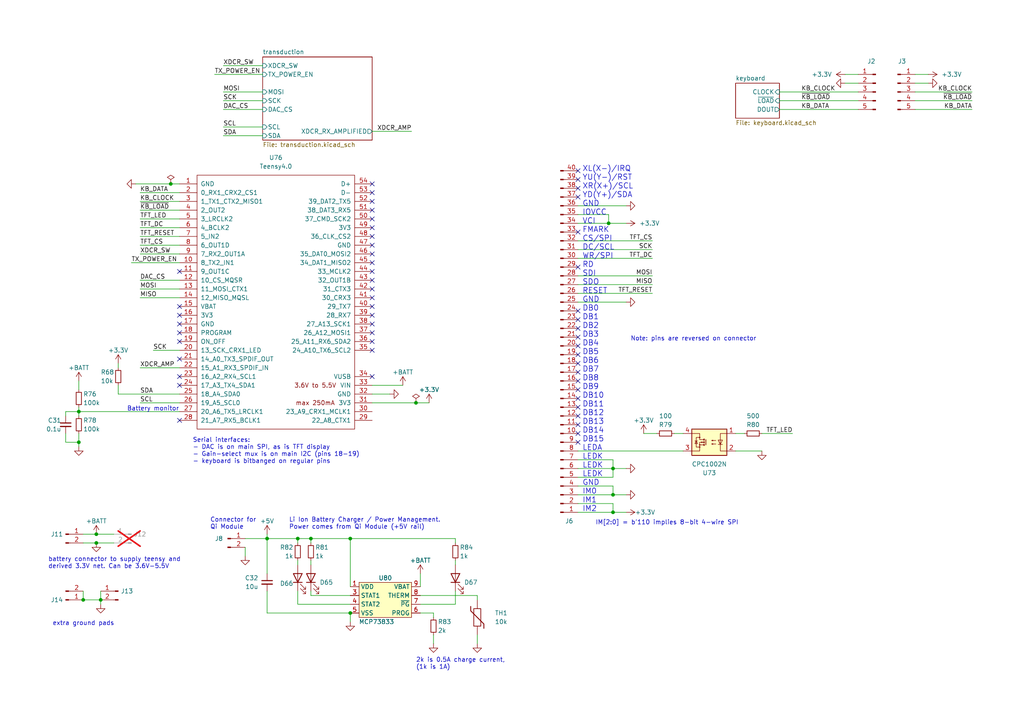
<source format=kicad_sch>
(kicad_sch (version 20230121) (generator eeschema)
  (paper "A4")
  (lib_symbols
    (symbol "Connector:Conn_01x02_Pin" (pin_names (offset 1.016) hide)
      (property "Reference" "J" (at 0 2.54 0))
      (property "Value" "Conn_01x02_Pin" (at 0 -5.08 0))
      (symbol "Conn_01x02_Pin_1_1"
        (polyline (pts (xy 1.27 -2.54) (xy 0.8636 -2.54)) (stroke (width 0.1524)))
        (polyline (pts (xy 1.27 0) (xy 0.8636 0)) (stroke (width 0.1524)))
        (rectangle (start 0.8636 -2.413) (end 0 -2.667) (stroke (width 0.1524)) (fill (type outline)))
        (rectangle (start 0.8636 0.127) (end 0 -0.127) (stroke (width 0.1524)) (fill (type outline)))
        (pin passive line (at 5.08 0 180) (length 3.81) (name "Pin_1") (number "1"))
        (pin passive line (at 5.08 -2.54 180) (length 3.81) (name "Pin_2") (number "2"))
      )
    )
    (symbol "Connector:Conn_01x05_Pin" (pin_names (offset 1.016) hide)
      (property "Reference" "J" (at 0 7.62 0))
      (property "Value" "Conn_01x05_Pin" (at 0 -7.62 0))
      (symbol "Conn_01x05_Pin_1_1"
        (polyline (pts (xy 1.27 -5.08) (xy 0.8636 -5.08)) (stroke (width 0.1524)))
        (polyline (pts (xy 1.27 -2.54) (xy 0.8636 -2.54)) (stroke (width 0.1524)))
        (polyline (pts (xy 1.27 0) (xy 0.8636 0)) (stroke (width 0.1524)))
        (polyline (pts (xy 1.27 2.54) (xy 0.8636 2.54)) (stroke (width 0.1524)))
        (polyline (pts (xy 1.27 5.08) (xy 0.8636 5.08)) (stroke (width 0.1524)))
        (rectangle (start 0.8636 -4.953) (end 0 -5.207) (stroke (width 0.1524)) (fill (type outline)))
        (rectangle (start 0.8636 -2.413) (end 0 -2.667) (stroke (width 0.1524)) (fill (type outline)))
        (rectangle (start 0.8636 0.127) (end 0 -0.127) (stroke (width 0.1524)) (fill (type outline)))
        (rectangle (start 0.8636 2.667) (end 0 2.413) (stroke (width 0.1524)) (fill (type outline)))
        (rectangle (start 0.8636 5.207) (end 0 4.953) (stroke (width 0.1524)) (fill (type outline)))
        (pin passive line (at 5.08 5.08 180) (length 3.81) (name "Pin_1") (number "1"))
        (pin passive line (at 5.08 2.54 180) (length 3.81) (name "Pin_2") (number "2"))
        (pin passive line (at 5.08 0 180) (length 3.81) (name "Pin_3") (number "3"))
        (pin passive line (at 5.08 -2.54 180) (length 3.81) (name "Pin_4") (number "4"))
        (pin passive line (at 5.08 -5.08 180) (length 3.81) (name "Pin_5") (number "5"))
      )
    )
    (symbol "Connector:Conn_01x40_Pin" (pin_names (offset 1.016) hide)
      (property "Reference" "J" (at 0 50.8 0))
      (property "Value" "Conn_01x40_Pin" (at 0 -53.34 0))
      (symbol "Conn_01x40_Pin_1_1"
        (polyline (pts (xy 1.27 -50.8) (xy 0.8636 -50.8)) (stroke (width 0.1524)))
        (polyline (pts (xy 1.27 -48.26) (xy 0.8636 -48.26)) (stroke (width 0.1524)))
        (polyline (pts (xy 1.27 -45.72) (xy 0.8636 -45.72)) (stroke (width 0.1524)))
        (polyline (pts (xy 1.27 -43.18) (xy 0.8636 -43.18)) (stroke (width 0.1524)))
        (polyline (pts (xy 1.27 -40.64) (xy 0.8636 -40.64)) (stroke (width 0.1524)))
        (polyline (pts (xy 1.27 -38.1) (xy 0.8636 -38.1)) (stroke (width 0.1524)))
        (polyline (pts (xy 1.27 -35.56) (xy 0.8636 -35.56)) (stroke (width 0.1524)))
        (polyline (pts (xy 1.27 -33.02) (xy 0.8636 -33.02)) (stroke (width 0.1524)))
        (polyline (pts (xy 1.27 -30.48) (xy 0.8636 -30.48)) (stroke (width 0.1524)))
        (polyline (pts (xy 1.27 -27.94) (xy 0.8636 -27.94)) (stroke (width 0.1524)))
        (polyline (pts (xy 1.27 -25.4) (xy 0.8636 -25.4)) (stroke (width 0.1524)))
        (polyline (pts (xy 1.27 -22.86) (xy 0.8636 -22.86)) (stroke (width 0.1524)))
        (polyline (pts (xy 1.27 -20.32) (xy 0.8636 -20.32)) (stroke (width 0.1524)))
        (polyline (pts (xy 1.27 -17.78) (xy 0.8636 -17.78)) (stroke (width 0.1524)))
        (polyline (pts (xy 1.27 -15.24) (xy 0.8636 -15.24)) (stroke (width 0.1524)))
        (polyline (pts (xy 1.27 -12.7) (xy 0.8636 -12.7)) (stroke (width 0.1524)))
        (polyline (pts (xy 1.27 -10.16) (xy 0.8636 -10.16)) (stroke (width 0.1524)))
        (polyline (pts (xy 1.27 -7.62) (xy 0.8636 -7.62)) (stroke (width 0.1524)))
        (polyline (pts (xy 1.27 -5.08) (xy 0.8636 -5.08)) (stroke (width 0.1524)))
        (polyline (pts (xy 1.27 -2.54) (xy 0.8636 -2.54)) (stroke (width 0.1524)))
        (polyline (pts (xy 1.27 0) (xy 0.8636 0)) (stroke (width 0.1524)))
        (polyline (pts (xy 1.27 2.54) (xy 0.8636 2.54)) (stroke (width 0.1524)))
        (polyline (pts (xy 1.27 5.08) (xy 0.8636 5.08)) (stroke (width 0.1524)))
        (polyline (pts (xy 1.27 7.62) (xy 0.8636 7.62)) (stroke (width 0.1524)))
        (polyline (pts (xy 1.27 10.16) (xy 0.8636 10.16)) (stroke (width 0.1524)))
        (polyline (pts (xy 1.27 12.7) (xy 0.8636 12.7)) (stroke (width 0.1524)))
        (polyline (pts (xy 1.27 15.24) (xy 0.8636 15.24)) (stroke (width 0.1524)))
        (polyline (pts (xy 1.27 17.78) (xy 0.8636 17.78)) (stroke (width 0.1524)))
        (polyline (pts (xy 1.27 20.32) (xy 0.8636 20.32)) (stroke (width 0.1524)))
        (polyline (pts (xy 1.27 22.86) (xy 0.8636 22.86)) (stroke (width 0.1524)))
        (polyline (pts (xy 1.27 25.4) (xy 0.8636 25.4)) (stroke (width 0.1524)))
        (polyline (pts (xy 1.27 27.94) (xy 0.8636 27.94)) (stroke (width 0.1524)))
        (polyline (pts (xy 1.27 30.48) (xy 0.8636 30.48)) (stroke (width 0.1524)))
        (polyline (pts (xy 1.27 33.02) (xy 0.8636 33.02)) (stroke (width 0.1524)))
        (polyline (pts (xy 1.27 35.56) (xy 0.8636 35.56)) (stroke (width 0.1524)))
        (polyline (pts (xy 1.27 38.1) (xy 0.8636 38.1)) (stroke (width 0.1524)))
        (polyline (pts (xy 1.27 40.64) (xy 0.8636 40.64)) (stroke (width 0.1524)))
        (polyline (pts (xy 1.27 43.18) (xy 0.8636 43.18)) (stroke (width 0.1524)))
        (polyline (pts (xy 1.27 45.72) (xy 0.8636 45.72)) (stroke (width 0.1524)))
        (polyline (pts (xy 1.27 48.26) (xy 0.8636 48.26)) (stroke (width 0.1524)))
        (rectangle (start 0.8636 -50.673) (end 0 -50.927) (stroke (width 0.1524)) (fill (type outline)))
        (rectangle (start 0.8636 -48.133) (end 0 -48.387) (stroke (width 0.1524)) (fill (type outline)))
        (rectangle (start 0.8636 -45.593) (end 0 -45.847) (stroke (width 0.1524)) (fill (type outline)))
        (rectangle (start 0.8636 -43.053) (end 0 -43.307) (stroke (width 0.1524)) (fill (type outline)))
        (rectangle (start 0.8636 -40.513) (end 0 -40.767) (stroke (width 0.1524)) (fill (type outline)))
        (rectangle (start 0.8636 -37.973) (end 0 -38.227) (stroke (width 0.1524)) (fill (type outline)))
        (rectangle (start 0.8636 -35.433) (end 0 -35.687) (stroke (width 0.1524)) (fill (type outline)))
        (rectangle (start 0.8636 -32.893) (end 0 -33.147) (stroke (width 0.1524)) (fill (type outline)))
        (rectangle (start 0.8636 -30.353) (end 0 -30.607) (stroke (width 0.1524)) (fill (type outline)))
        (rectangle (start 0.8636 -27.813) (end 0 -28.067) (stroke (width 0.1524)) (fill (type outline)))
        (rectangle (start 0.8636 -25.273) (end 0 -25.527) (stroke (width 0.1524)) (fill (type outline)))
        (rectangle (start 0.8636 -22.733) (end 0 -22.987) (stroke (width 0.1524)) (fill (type outline)))
        (rectangle (start 0.8636 -20.193) (end 0 -20.447) (stroke (width 0.1524)) (fill (type outline)))
        (rectangle (start 0.8636 -17.653) (end 0 -17.907) (stroke (width 0.1524)) (fill (type outline)))
        (rectangle (start 0.8636 -15.113) (end 0 -15.367) (stroke (width 0.1524)) (fill (type outline)))
        (rectangle (start 0.8636 -12.573) (end 0 -12.827) (stroke (width 0.1524)) (fill (type outline)))
        (rectangle (start 0.8636 -10.033) (end 0 -10.287) (stroke (width 0.1524)) (fill (type outline)))
        (rectangle (start 0.8636 -7.493) (end 0 -7.747) (stroke (width 0.1524)) (fill (type outline)))
        (rectangle (start 0.8636 -4.953) (end 0 -5.207) (stroke (width 0.1524)) (fill (type outline)))
        (rectangle (start 0.8636 -2.413) (end 0 -2.667) (stroke (width 0.1524)) (fill (type outline)))
        (rectangle (start 0.8636 0.127) (end 0 -0.127) (stroke (width 0.1524)) (fill (type outline)))
        (rectangle (start 0.8636 2.667) (end 0 2.413) (stroke (width 0.1524)) (fill (type outline)))
        (rectangle (start 0.8636 5.207) (end 0 4.953) (stroke (width 0.1524)) (fill (type outline)))
        (rectangle (start 0.8636 7.747) (end 0 7.493) (stroke (width 0.1524)) (fill (type outline)))
        (rectangle (start 0.8636 10.287) (end 0 10.033) (stroke (width 0.1524)) (fill (type outline)))
        (rectangle (start 0.8636 12.827) (end 0 12.573) (stroke (width 0.1524)) (fill (type outline)))
        (rectangle (start 0.8636 15.367) (end 0 15.113) (stroke (width 0.1524)) (fill (type outline)))
        (rectangle (start 0.8636 17.907) (end 0 17.653) (stroke (width 0.1524)) (fill (type outline)))
        (rectangle (start 0.8636 20.447) (end 0 20.193) (stroke (width 0.1524)) (fill (type outline)))
        (rectangle (start 0.8636 22.987) (end 0 22.733) (stroke (width 0.1524)) (fill (type outline)))
        (rectangle (start 0.8636 25.527) (end 0 25.273) (stroke (width 0.1524)) (fill (type outline)))
        (rectangle (start 0.8636 28.067) (end 0 27.813) (stroke (width 0.1524)) (fill (type outline)))
        (rectangle (start 0.8636 30.607) (end 0 30.353) (stroke (width 0.1524)) (fill (type outline)))
        (rectangle (start 0.8636 33.147) (end 0 32.893) (stroke (width 0.1524)) (fill (type outline)))
        (rectangle (start 0.8636 35.687) (end 0 35.433) (stroke (width 0.1524)) (fill (type outline)))
        (rectangle (start 0.8636 38.227) (end 0 37.973) (stroke (width 0.1524)) (fill (type outline)))
        (rectangle (start 0.8636 40.767) (end 0 40.513) (stroke (width 0.1524)) (fill (type outline)))
        (rectangle (start 0.8636 43.307) (end 0 43.053) (stroke (width 0.1524)) (fill (type outline)))
        (rectangle (start 0.8636 45.847) (end 0 45.593) (stroke (width 0.1524)) (fill (type outline)))
        (rectangle (start 0.8636 48.387) (end 0 48.133) (stroke (width 0.1524)) (fill (type outline)))
        (pin passive line (at 5.08 48.26 180) (length 3.81) (name "Pin_1") (number "1"))
        (pin passive line (at 5.08 25.4 180) (length 3.81) (name "Pin_10") (number "10"))
        (pin passive line (at 5.08 22.86 180) (length 3.81) (name "Pin_11") (number "11"))
        (pin passive line (at 5.08 20.32 180) (length 3.81) (name "Pin_12") (number "12"))
        (pin passive line (at 5.08 17.78 180) (length 3.81) (name "Pin_13") (number "13"))
        (pin passive line (at 5.08 15.24 180) (length 3.81) (name "Pin_14") (number "14"))
        (pin passive line (at 5.08 12.7 180) (length 3.81) (name "Pin_15") (number "15"))
        (pin passive line (at 5.08 10.16 180) (length 3.81) (name "Pin_16") (number "16"))
        (pin passive line (at 5.08 7.62 180) (length 3.81) (name "Pin_17") (number "17"))
        (pin passive line (at 5.08 5.08 180) (length 3.81) (name "Pin_18") (number "18"))
        (pin passive line (at 5.08 2.54 180) (length 3.81) (name "Pin_19") (number "19"))
        (pin passive line (at 5.08 45.72 180) (length 3.81) (name "Pin_2") (number "2"))
        (pin passive line (at 5.08 0 180) (length 3.81) (name "Pin_20") (number "20"))
        (pin passive line (at 5.08 -2.54 180) (length 3.81) (name "Pin_21") (number "21"))
        (pin passive line (at 5.08 -5.08 180) (length 3.81) (name "Pin_22") (number "22"))
        (pin passive line (at 5.08 -7.62 180) (length 3.81) (name "Pin_23") (number "23"))
        (pin passive line (at 5.08 -10.16 180) (length 3.81) (name "Pin_24") (number "24"))
        (pin passive line (at 5.08 -12.7 180) (length 3.81) (name "Pin_25") (number "25"))
        (pin passive line (at 5.08 -15.24 180) (length 3.81) (name "Pin_26") (number "26"))
        (pin passive line (at 5.08 -17.78 180) (length 3.81) (name "Pin_27") (number "27"))
        (pin passive line (at 5.08 -20.32 180) (length 3.81) (name "Pin_28") (number "28"))
        (pin passive line (at 5.08 -22.86 180) (length 3.81) (name "Pin_29") (number "29"))
        (pin passive line (at 5.08 43.18 180) (length 3.81) (name "Pin_3") (number "3"))
        (pin passive line (at 5.08 -25.4 180) (length 3.81) (name "Pin_30") (number "30"))
        (pin passive line (at 5.08 -27.94 180) (length 3.81) (name "Pin_31") (number "31"))
        (pin passive line (at 5.08 -30.48 180) (length 3.81) (name "Pin_32") (number "32"))
        (pin passive line (at 5.08 -33.02 180) (length 3.81) (name "Pin_33") (number "33"))
        (pin passive line (at 5.08 -35.56 180) (length 3.81) (name "Pin_34") (number "34"))
        (pin passive line (at 5.08 -38.1 180) (length 3.81) (name "Pin_35") (number "35"))
        (pin passive line (at 5.08 -40.64 180) (length 3.81) (name "Pin_36") (number "36"))
        (pin passive line (at 5.08 -43.18 180) (length 3.81) (name "Pin_37") (number "37"))
        (pin passive line (at 5.08 -45.72 180) (length 3.81) (name "Pin_38") (number "38"))
        (pin passive line (at 5.08 -48.26 180) (length 3.81) (name "Pin_39") (number "39"))
        (pin passive line (at 5.08 40.64 180) (length 3.81) (name "Pin_4") (number "4"))
        (pin passive line (at 5.08 -50.8 180) (length 3.81) (name "Pin_40") (number "40"))
        (pin passive line (at 5.08 38.1 180) (length 3.81) (name "Pin_5") (number "5"))
        (pin passive line (at 5.08 35.56 180) (length 3.81) (name "Pin_6") (number "6"))
        (pin passive line (at 5.08 33.02 180) (length 3.81) (name "Pin_7") (number "7"))
        (pin passive line (at 5.08 30.48 180) (length 3.81) (name "Pin_8") (number "8"))
        (pin passive line (at 5.08 27.94 180) (length 3.81) (name "Pin_9") (number "9"))
      )
    )
    (symbol "Device:C_Small" (pin_numbers hide) (pin_names (offset 0.254) hide)
      (property "Reference" "C" (at 0.254 1.778 0))
      (property "Value" "C_Small" (at 0.254 -2.032 0))
      (symbol "C_Small_0_1"
        (polyline (pts (xy -1.524 -0.508) (xy 1.524 -0.508)) (stroke (width 0.3302)))
        (polyline (pts (xy -1.524 0.508) (xy 1.524 0.508)) (stroke (width 0.3048)))
      )
      (symbol "C_Small_1_1"
        (pin passive line (at 0 2.54 270) (length 2.032) (name "~") (number "1"))
        (pin passive line (at 0 -2.54 90) (length 2.032) (name "~") (number "2"))
      )
    )
    (symbol "Device:LED" (pin_numbers hide) (pin_names (offset 1.016) hide)
      (property "Reference" "D" (at 0 2.54 0))
      (property "Value" "LED" (at 0 -2.54 0))
      (symbol "LED_0_1"
        (polyline (pts (xy -1.27 -1.27) (xy -1.27 1.27)) (stroke (width 0.254)))
        (polyline (pts (xy -1.27 0) (xy 1.27 0)))
        (polyline (pts (xy 1.27 -1.27) (xy 1.27 1.27) (xy -1.27 0) (xy 1.27 -1.27)) (stroke (width 0.254)))
        (polyline (pts (xy -3.048 -0.762) (xy -4.572 -2.286) (xy -3.81 -2.286) (xy -4.572 -2.286) (xy -4.572 -1.524)))
        (polyline (pts (xy -1.778 -0.762) (xy -3.302 -2.286) (xy -2.54 -2.286) (xy -3.302 -2.286) (xy -3.302 -1.524)))
      )
      (symbol "LED_1_1"
        (pin passive line (at -3.81 0 0) (length 2.54) (name "K") (number "1"))
        (pin passive line (at 3.81 0 180) (length 2.54) (name "A") (number "2"))
      )
    )
    (symbol "Device:R_Small" (pin_numbers hide) (pin_names (offset 0.254) hide)
      (property "Reference" "R" (at 0.762 0.508 0))
      (property "Value" "R_Small" (at 0.762 -1.016 0))
      (symbol "R_Small_0_1"
        (rectangle (start -0.762 1.778) (end 0.762 -1.778) (stroke (width 0.2032)))
      )
      (symbol "R_Small_1_1"
        (pin passive line (at 0 2.54 270) (length 0.762) (name "~") (number "1"))
        (pin passive line (at 0 -2.54 90) (length 0.762) (name "~") (number "2"))
      )
    )
    (symbol "Device:Thermistor" (pin_numbers hide) (pin_names (offset 0))
      (property "Reference" "TH" (at 2.54 1.27 90))
      (property "Value" "Thermistor" (at -2.54 0 90))
      (symbol "Thermistor_0_1"
        (rectangle (start -1.016 2.54) (end 1.016 -2.54) (stroke (width 0.2032)))
        (polyline (pts (xy -1.905 3.175) (xy -1.905 1.905) (xy 1.905 -1.905) (xy 1.905 -3.175) (xy 1.905 -3.175)) (stroke (width 0.254)))
      )
      (symbol "Thermistor_1_1"
        (pin passive line (at 0 5.08 270) (length 2.54) (name "~") (number "1"))
        (pin passive line (at 0 -5.08 90) (length 2.54) (name "~") (number "2"))
      )
    )
    (symbol "Relay_SolidState:CPC1002N"
      (property "Reference" "U" (at -5.08 5.08 0))
      (property "Value" "CPC1002N" (at 0 5.08 0))
      (symbol "CPC1002N_0_1"
        (rectangle (start -5.08 3.81) (end 5.08 -3.81) (stroke (width 0.254)) (fill (type background)))
        (polyline (pts (xy -3.81 -0.635) (xy -2.54 -0.635)))
        (polyline (pts (xy 1.016 0.762) (xy 1.016 -0.762)) (stroke (width 0.2032)))
        (polyline (pts (xy 1.524 -0.762) (xy 2.794 -0.762)))
        (polyline (pts (xy 3.429 0.381) (xy 4.191 0.381)))
        (polyline (pts (xy 1.524 -0.635) (xy 1.524 -0.889) (xy 1.524 -0.889)) (stroke (width 0.3556)))
        (polyline (pts (xy 1.524 0.127) (xy 1.524 -0.127) (xy 1.524 -0.127)) (stroke (width 0.3556)))
        (polyline (pts (xy 1.524 0.889) (xy 1.524 0.635) (xy 1.524 0.635)) (stroke (width 0.3556)))
        (polyline (pts (xy -5.08 2.54) (xy -3.175 2.54) (xy -3.175 -2.54) (xy -5.08 -2.54)))
        (polyline (pts (xy -3.175 -0.635) (xy -3.81 0.635) (xy -2.54 0.635) (xy -3.175 -0.635)))
        (polyline (pts (xy 1.524 0) (xy 2.794 0) (xy 2.794 -2.54) (xy 5.08 -2.54)))
        (polyline (pts (xy 1.524 0.762) (xy 2.794 0.762) (xy 2.794 2.54) (xy 5.08 2.54)))
        (polyline (pts (xy 1.778 0) (xy 2.286 0.127) (xy 2.286 -0.127) (xy 1.778 0)))
        (polyline (pts (xy 2.794 -1.397) (xy 3.81 -1.397) (xy 3.81 1.397) (xy 2.794 1.397)))
        (polyline (pts (xy 3.81 0.381) (xy 3.429 -0.381) (xy 4.191 -0.381) (xy 3.81 0.381)))
        (polyline (pts (xy -1.905 -0.508) (xy -0.635 -0.508) (xy -1.016 -0.635) (xy -1.016 -0.381) (xy -0.635 -0.508)))
        (polyline (pts (xy -1.905 0.508) (xy -0.635 0.508) (xy -1.016 0.381) (xy -1.016 0.635) (xy -0.635 0.508)))
        (circle (center 2.794 -1.397) (radius 0.127))
        (circle (center 2.794 -0.762) (radius 0.127))
        (circle (center 2.794 1.397) (radius 0.127))
      )
      (symbol "CPC1002N_1_1"
        (pin passive line (at -7.62 2.54 0) (length 2.54) (name "~") (number "1"))
        (pin passive line (at -7.62 -2.54 0) (length 2.54) (name "~") (number "2"))
        (pin passive line (at 7.62 -2.54 180) (length 2.54) (name "~") (number "3"))
        (pin passive line (at 7.62 2.54 180) (length 2.54) (name "~") (number "4"))
      )
    )
    (symbol "power:+3.3V" (power) (pin_names (offset 0))
      (property "Value" "+3.3V" (at 0 3.556 0))
      (symbol "+3.3V_0_1"
        (polyline (pts (xy -0.762 1.27) (xy 0 2.54)))
        (polyline (pts (xy 0 0) (xy 0 2.54)))
        (polyline (pts (xy 0 2.54) (xy 0.762 1.27)))
      )
      (symbol "+3.3V_1_1"
        (pin power_in line (at 0 0 90) (length 0) hide (name "+3.3V") (number "1"))
      )
    )
    (symbol "power:+5V" (power) (pin_names (offset 0))
      (property "Value" "+5V" (at 0 3.556 0))
      (symbol "+5V_0_1"
        (polyline (pts (xy -0.762 1.27) (xy 0 2.54)))
        (polyline (pts (xy 0 0) (xy 0 2.54)))
        (polyline (pts (xy 0 2.54) (xy 0.762 1.27)))
      )
      (symbol "+5V_1_1"
        (pin power_in line (at 0 0 90) (length 0) hide (name "+5V") (number "1"))
      )
    )
    (symbol "power:+BATT" (power) (pin_names (offset 0))
      (property "Value" "+BATT" (at 0 3.556 0))
      (symbol "+BATT_0_1"
        (polyline (pts (xy -0.762 1.27) (xy 0 2.54)))
        (polyline (pts (xy 0 0) (xy 0 2.54)))
        (polyline (pts (xy 0 2.54) (xy 0.762 1.27)))
      )
      (symbol "+BATT_1_1"
        (pin power_in line (at 0 0 90) (length 0) hide (name "+BATT") (number "1"))
      )
    )
    (symbol "power:GND" (power) (pin_names (offset 0))
      (property "Value" "GND" (at 0 -3.81 0))
      (symbol "GND_0_1"
        (polyline (pts (xy 0 0) (xy 0 -1.27) (xy 1.27 -1.27) (xy 0 -2.54) (xy -1.27 -1.27) (xy 0 -1.27)))
      )
      (symbol "GND_1_1"
        (pin power_in line (at 0 0 270) (length 0) hide (name "GND") (number "1"))
      )
    )
    (symbol "power:PWR_FLAG" (power) (pin_numbers hide) (pin_names (offset 0) hide)
      (property "Value" "PWR_FLAG" (at 0 3.81 0))
      (symbol "PWR_FLAG_0_0"
        (pin power_out line (at 0 0 90) (length 0) (name "pwr") (number "1"))
      )
      (symbol "PWR_FLAG_0_1"
        (polyline (pts (xy 0 0) (xy 0 1.27) (xy -1.016 1.905) (xy 0 2.54) (xy 1.016 1.905) (xy 0 1.27)))
      )
    )
    (symbol "teensy:Teensy4.0" (pin_names (offset 1.016))
      (property "Reference" "U" (at 0 39.37 0))
      (property "Value" "Teensy4.0" (at 0 -39.37 0))
      (symbol "Teensy4.0_0_0"
        (text "3.6V to 5.5V" (at 11.43 -24.13 0) (effects (font (size 1.27 1.27))))
        (text "max 250mA" (at 11.43 -29.21 0) (effects (font (size 1.27 1.27))))
        (pin bidirectional line (at -27.94 11.43 0) (length 5.08) (name "8_TX2_IN1") (number "10"))
        (pin bidirectional line (at -27.94 8.89 0) (length 5.08) (name "9_OUT1C") (number "11"))
        (pin bidirectional line (at -27.94 6.35 0) (length 5.08) (name "10_CS_MQSR") (number "12"))
        (pin bidirectional line (at -27.94 3.81 0) (length 5.08) (name "11_MOSI_CTX1") (number "13"))
        (pin bidirectional line (at -27.94 1.27 0) (length 5.08) (name "12_MISO_MQSL") (number "14"))
        (pin power_in line (at -27.94 -1.27 0) (length 5.08) (name "VBAT") (number "15"))
        (pin power_in line (at -27.94 -3.81 0) (length 5.08) (name "3V3") (number "16"))
        (pin power_in line (at -27.94 -6.35 0) (length 5.08) (name "GND") (number "17"))
        (pin input line (at -27.94 -8.89 0) (length 5.08) (name "PROGRAM") (number "18"))
        (pin input line (at -27.94 -11.43 0) (length 5.08) (name "ON_OFF") (number "19"))
        (pin bidirectional line (at -27.94 -13.97 0) (length 5.08) (name "13_SCK_CRX1_LED") (number "20"))
        (pin bidirectional line (at -27.94 -16.51 0) (length 5.08) (name "14_A0_TX3_SPDIF_OUT") (number "21"))
        (pin bidirectional line (at -27.94 -19.05 0) (length 5.08) (name "15_A1_RX3_SPDIF_IN") (number "22"))
        (pin bidirectional line (at -27.94 -21.59 0) (length 5.08) (name "16_A2_RX4_SCL1") (number "23"))
        (pin bidirectional line (at -27.94 -24.13 0) (length 5.08) (name "17_A3_TX4_SDA1") (number "24"))
        (pin bidirectional line (at -27.94 -26.67 0) (length 5.08) (name "18_A4_SDA0") (number "25"))
        (pin bidirectional line (at -27.94 -29.21 0) (length 5.08) (name "19_A5_SCL0") (number "26"))
        (pin bidirectional line (at -27.94 -31.75 0) (length 5.08) (name "20_A6_TX5_LRCLK1") (number "27"))
        (pin bidirectional line (at -27.94 -34.29 0) (length 5.08) (name "21_A7_RX5_BCLK1") (number "28"))
        (pin bidirectional line (at 27.94 -34.29 180) (length 5.08) (name "22_A8_CTX1") (number "29"))
        (pin bidirectional line (at 27.94 -31.75 180) (length 5.08) (name "23_A9_CRX1_MCLK1") (number "30"))
        (pin power_out line (at 27.94 -29.21 180) (length 5.08) (name "3V3") (number "31"))
        (pin power_in line (at 27.94 -26.67 180) (length 5.08) (name "GND") (number "32"))
        (pin power_in line (at 27.94 -24.13 180) (length 5.08) (name "VIN") (number "33"))
        (pin power_out line (at 27.94 -21.59 180) (length 5.08) (name "VUSB") (number "34"))
        (pin bidirectional line (at 27.94 -13.97 180) (length 5.08) (name "24_A10_TX6_SCL2") (number "35"))
        (pin bidirectional line (at 27.94 -11.43 180) (length 5.08) (name "25_A11_RX6_SDA2") (number "36"))
        (pin bidirectional line (at 27.94 -8.89 180) (length 5.08) (name "26_A12_MOSI1") (number "37"))
        (pin bidirectional line (at 27.94 -6.35 180) (length 5.08) (name "27_A13_SCK1") (number "38"))
        (pin bidirectional line (at 27.94 -3.81 180) (length 5.08) (name "28_RX7") (number "39"))
        (pin bidirectional line (at 27.94 -1.27 180) (length 5.08) (name "29_TX7") (number "40"))
        (pin bidirectional line (at 27.94 1.27 180) (length 5.08) (name "30_CRX3") (number "41"))
        (pin bidirectional line (at 27.94 3.81 180) (length 5.08) (name "31_CTX3") (number "42"))
        (pin bidirectional line (at 27.94 6.35 180) (length 5.08) (name "32_OUT1B") (number "43"))
        (pin bidirectional line (at 27.94 8.89 180) (length 5.08) (name "33_MCLK2") (number "44"))
        (pin bidirectional line (at 27.94 11.43 180) (length 5.08) (name "34_DAT1_MISO2") (number "45"))
        (pin bidirectional line (at 27.94 13.97 180) (length 5.08) (name "35_DAT0_MOSI2") (number "46"))
        (pin power_out line (at 27.94 16.51 180) (length 5.08) (name "GND") (number "47"))
        (pin bidirectional line (at 27.94 19.05 180) (length 5.08) (name "36_CLK_CS2") (number "48"))
        (pin power_out line (at 27.94 21.59 180) (length 5.08) (name "3V3") (number "49"))
        (pin bidirectional line (at -27.94 24.13 0) (length 5.08) (name "3_LRCLK2") (number "5"))
        (pin bidirectional line (at 27.94 24.13 180) (length 5.08) (name "37_CMD_SCK2") (number "50"))
        (pin bidirectional line (at 27.94 26.67 180) (length 5.08) (name "38_DAT3_RX5") (number "51"))
        (pin bidirectional line (at 27.94 29.21 180) (length 5.08) (name "39_DAT2_TX5") (number "52"))
        (pin bidirectional line (at 27.94 31.75 180) (length 5.08) (name "D-") (number "53"))
        (pin bidirectional line (at 27.94 34.29 180) (length 5.08) (name "D+") (number "54"))
        (pin bidirectional line (at -27.94 21.59 0) (length 5.08) (name "4_BCLK2") (number "6"))
        (pin bidirectional line (at -27.94 19.05 0) (length 5.08) (name "5_IN2") (number "7"))
        (pin bidirectional line (at -27.94 16.51 0) (length 5.08) (name "6_OUT1D") (number "8"))
        (pin bidirectional line (at -27.94 13.97 0) (length 5.08) (name "7_RX2_OUT1A") (number "9"))
      )
      (symbol "Teensy4.0_0_1"
        (rectangle (start -22.86 36.83) (end 22.86 -36.83))
        (rectangle (start -20.32 -31.75) (end -20.32 -31.75))
      )
      (symbol "Teensy4.0_1_1"
        (pin power_in line (at -27.94 34.29 0) (length 5.08) (name "GND") (number "1"))
        (pin bidirectional line (at -27.94 31.75 0) (length 5.08) (name "0_RX1_CRX2_CS1") (number "2"))
        (pin bidirectional line (at -27.94 29.21 0) (length 5.08) (name "1_TX1_CTX2_MISO1") (number "3"))
        (pin bidirectional line (at -27.94 26.67 0) (length 5.08) (name "2_OUT2") (number "4"))
      )
    )
    (symbol "unkey:MCP73833"
      (property "Reference" "U" (at -6.35 -6.35 0))
      (property "Value" "MCP73833" (at -3.81 -2.54 0))
      (symbol "MCP73833_1_1"
        (rectangle (start -7.62 5.08) (end 7.62 -5.08) (fill (type background)))
        (pin power_in line (at -10.16 3.81 0) (length 2.54) (name "VDD") (number "1"))
        (pin passive line (at 10.16 3.81 180) (length 2.54) hide (name "VBAT") (number "10"))
        (pin power_in line (at -10.16 -3.81 0) (length 2.54) hide (name "EP") (number "11"))
        (pin power_in line (at -10.16 3.81 0) (length 2.54) hide (name "VDD") (number "2"))
        (pin output line (at -10.16 1.27 0) (length 2.54) (name "STAT1") (number "3"))
        (pin output line (at -10.16 -1.27 0) (length 2.54) (name "STAT2") (number "4"))
        (pin power_in line (at -10.16 -3.81 0) (length 2.54) (name "VSS") (number "5"))
        (pin input line (at 10.16 -3.81 180) (length 2.54) (name "PROG") (number "6"))
        (pin output line (at 10.16 -1.27 180) (length 2.54) (name "~{PG}") (number "7"))
        (pin passive line (at 10.16 1.27 180) (length 2.54) (name "THERM") (number "8"))
        (pin passive line (at 10.16 3.81 180) (length 2.54) (name "VBAT") (number "9"))
      )
    )
  )
  (junction (at 24.13 173.99))
  (junction (at 29.21 173.99))
  (junction (at 177.8 135.89))
  (junction (at 177.8 148.59))
  (junction (at 101.6 177.8))
  (junction (at 27.94 157.48))
  (junction (at 49.53 53.34))
  (junction (at 77.47 156.21))
  (junction (at 22.86 128.27))
  (junction (at 177.8 143.51))
  (junction (at 22.86 119.38))
  (junction (at 120.65 116.84))
  (junction (at 101.6 156.21))
  (junction (at 176.53 64.77))
  (junction (at 90.17 156.21))
  (junction (at 27.94 154.94))
  (junction (at 86.36 156.21))
  (no_connect (at 167.64 77.47))
  (no_connect (at 107.95 55.88))
  (no_connect (at 167.64 115.57))
  (no_connect (at 107.95 96.52))
  (no_connect (at 107.95 53.34))
  (no_connect (at 107.95 88.9))
  (no_connect (at 107.95 63.5))
  (no_connect (at 107.95 76.2))
  (no_connect (at 52.07 88.9))
  (no_connect (at 107.95 60.96))
  (no_connect (at 167.64 92.71))
  (no_connect (at 167.64 123.19))
  (no_connect (at 167.64 107.95))
  (no_connect (at 167.64 67.31))
  (no_connect (at 167.64 90.17))
  (no_connect (at 107.95 93.98))
  (no_connect (at 52.07 99.06))
  (no_connect (at 107.95 86.36))
  (no_connect (at 52.07 78.74))
  (no_connect (at 167.64 52.07))
  (no_connect (at 107.95 101.6))
  (no_connect (at 52.07 104.14))
  (no_connect (at 107.95 109.22))
  (no_connect (at 107.95 78.74))
  (no_connect (at 107.95 58.42))
  (no_connect (at 52.07 111.76))
  (no_connect (at 107.95 91.44))
  (no_connect (at 52.07 91.44))
  (no_connect (at 167.64 118.11))
  (no_connect (at 167.64 100.33))
  (no_connect (at 167.64 97.79))
  (no_connect (at 107.95 71.12))
  (no_connect (at 167.64 102.87))
  (no_connect (at 107.95 83.82))
  (no_connect (at 167.64 57.15))
  (no_connect (at 167.64 113.03))
  (no_connect (at 107.95 66.04))
  (no_connect (at 52.07 121.92))
  (no_connect (at 107.95 81.28))
  (no_connect (at 167.64 120.65))
  (no_connect (at 167.64 125.73))
  (no_connect (at 107.95 99.06))
  (no_connect (at 167.64 54.61))
  (no_connect (at 107.95 68.58))
  (no_connect (at 52.07 96.52))
  (no_connect (at 167.64 110.49))
  (no_connect (at 167.64 128.27))
  (no_connect (at 167.64 105.41))
  (no_connect (at 107.95 73.66))
  (no_connect (at 52.07 93.98))
  (no_connect (at 167.64 95.25))
  (no_connect (at 167.64 49.53))
  (no_connect (at 52.07 109.22))
  (wire (pts (xy 101.6 177.8) (xy 101.6 180.34)))
  (wire (pts (xy 177.8 135.89) (xy 177.8 138.43)))
  (wire (pts (xy 77.47 154.94) (xy 77.47 156.21)))
  (wire (pts (xy 77.47 156.21) (xy 86.36 156.21)))
  (wire (pts (xy 176.53 64.77) (xy 181.61 64.77)))
  (wire (pts (xy 226.06 26.67) (xy 248.92 26.67)))
  (wire (pts (xy 64.77 39.37) (xy 76.2 39.37)))
  (wire (pts (xy 19.05 119.38) (xy 22.86 119.38)))
  (wire (pts (xy 107.95 116.84) (xy 120.65 116.84)))
  (wire (pts (xy 177.8 140.97) (xy 167.64 140.97)))
  (wire (pts (xy 121.92 172.72) (xy 138.43 172.72)))
  (wire (pts (xy 24.13 173.99) (xy 29.21 173.99)))
  (wire (pts (xy 64.77 26.67) (xy 76.2 26.67)))
  (wire (pts (xy 71.12 158.75) (xy 71.12 161.29)))
  (wire (pts (xy 177.8 143.51) (xy 181.61 143.51)))
  (wire (pts (xy 138.43 172.72) (xy 138.43 173.99)))
  (wire (pts (xy 101.6 172.72) (xy 90.17 172.72)))
  (wire (pts (xy 34.29 105.41) (xy 34.29 106.68)))
  (wire (pts (xy 90.17 172.72) (xy 90.17 171.45)))
  (wire (pts (xy 186.69 125.73) (xy 190.5 125.73)))
  (wire (pts (xy 177.8 135.89) (xy 167.64 135.89)))
  (wire (pts (xy 22.86 128.27) (xy 22.86 129.54)))
  (wire (pts (xy 167.64 69.85) (xy 189.23 69.85)))
  (wire (pts (xy 132.08 175.26) (xy 121.92 175.26)))
  (wire (pts (xy 52.07 106.68) (xy 40.64 106.68)))
  (wire (pts (xy 226.06 29.21) (xy 248.92 29.21)))
  (wire (pts (xy 40.64 83.82) (xy 52.07 83.82)))
  (wire (pts (xy 27.94 154.94) (xy 33.02 154.94)))
  (wire (pts (xy 40.64 116.84) (xy 52.07 116.84)))
  (wire (pts (xy 281.94 26.67) (xy 265.43 26.67)))
  (wire (pts (xy 120.65 116.84) (xy 124.46 116.84)))
  (wire (pts (xy 22.86 119.38) (xy 52.07 119.38)))
  (wire (pts (xy 22.86 110.49) (xy 22.86 113.03)))
  (wire (pts (xy 34.29 111.76) (xy 34.29 114.3)))
  (wire (pts (xy 138.43 184.15) (xy 138.43 186.69)))
  (wire (pts (xy 40.64 73.66) (xy 52.07 73.66)))
  (wire (pts (xy 101.6 156.21) (xy 101.6 170.18)))
  (wire (pts (xy 19.05 128.27) (xy 22.86 128.27)))
  (wire (pts (xy 177.8 148.59) (xy 167.64 148.59)))
  (wire (pts (xy 22.86 128.27) (xy 22.86 125.73)))
  (wire (pts (xy 77.47 171.45) (xy 77.47 177.8)))
  (wire (pts (xy 29.21 171.45) (xy 29.21 173.99)))
  (wire (pts (xy 24.13 157.48) (xy 27.94 157.48)))
  (wire (pts (xy 265.43 24.13) (xy 269.24 24.13)))
  (wire (pts (xy 213.36 125.73) (xy 215.9 125.73)))
  (wire (pts (xy 40.64 63.5) (xy 52.07 63.5)))
  (wire (pts (xy 22.86 119.38) (xy 22.86 118.11)))
  (wire (pts (xy 34.29 114.3) (xy 52.07 114.3)))
  (wire (pts (xy 40.64 66.04) (xy 52.07 66.04)))
  (wire (pts (xy 64.77 19.05) (xy 76.2 19.05)))
  (wire (pts (xy 40.64 81.28) (xy 52.07 81.28)))
  (wire (pts (xy 132.08 171.45) (xy 132.08 175.26)))
  (wire (pts (xy 101.6 156.21) (xy 132.08 156.21)))
  (wire (pts (xy 86.36 156.21) (xy 90.17 156.21)))
  (wire (pts (xy 176.53 62.23) (xy 176.53 64.77)))
  (wire (pts (xy 177.8 140.97) (xy 177.8 143.51)))
  (wire (pts (xy 167.64 82.55) (xy 189.23 82.55)))
  (wire (pts (xy 177.8 148.59) (xy 181.61 148.59)))
  (wire (pts (xy 167.64 130.81) (xy 198.12 130.81)))
  (wire (pts (xy 226.06 31.75) (xy 248.92 31.75)))
  (wire (pts (xy 167.64 62.23) (xy 176.53 62.23)))
  (wire (pts (xy 220.98 125.73) (xy 229.87 125.73)))
  (wire (pts (xy 195.58 125.73) (xy 198.12 125.73)))
  (wire (pts (xy 27.94 157.48) (xy 33.02 157.48)))
  (wire (pts (xy 64.77 36.83) (xy 76.2 36.83)))
  (wire (pts (xy 167.64 59.69) (xy 181.61 59.69)))
  (wire (pts (xy 177.8 146.05) (xy 167.64 146.05)))
  (wire (pts (xy 132.08 162.56) (xy 132.08 163.83)))
  (wire (pts (xy 248.92 24.13) (xy 245.11 24.13)))
  (wire (pts (xy 86.36 157.48) (xy 86.36 156.21)))
  (wire (pts (xy 177.8 138.43) (xy 167.64 138.43)))
  (wire (pts (xy 71.12 156.21) (xy 77.47 156.21)))
  (wire (pts (xy 213.36 130.81) (xy 220.98 130.81)))
  (wire (pts (xy 167.64 64.77) (xy 176.53 64.77)))
  (wire (pts (xy 132.08 156.21) (xy 132.08 157.48)))
  (wire (pts (xy 125.73 184.15) (xy 125.73 186.69)))
  (wire (pts (xy 281.94 29.21) (xy 265.43 29.21)))
  (wire (pts (xy 86.36 175.26) (xy 101.6 175.26)))
  (wire (pts (xy 40.64 86.36) (xy 52.07 86.36)))
  (wire (pts (xy 77.47 166.37) (xy 77.47 156.21)))
  (wire (pts (xy 24.13 154.94) (xy 27.94 154.94)))
  (wire (pts (xy 90.17 156.21) (xy 90.17 157.48)))
  (wire (pts (xy 86.36 171.45) (xy 86.36 175.26)))
  (wire (pts (xy 90.17 156.21) (xy 101.6 156.21)))
  (wire (pts (xy 19.05 125.73) (xy 19.05 128.27)))
  (wire (pts (xy 167.64 85.09) (xy 189.23 85.09)))
  (wire (pts (xy 125.73 177.8) (xy 125.73 179.07)))
  (wire (pts (xy 167.64 72.39) (xy 189.23 72.39)))
  (wire (pts (xy 245.11 21.59) (xy 248.92 21.59)))
  (wire (pts (xy 39.37 53.34) (xy 49.53 53.34)))
  (wire (pts (xy 177.8 146.05) (xy 177.8 148.59)))
  (wire (pts (xy 29.21 173.99) (xy 29.21 175.26)))
  (wire (pts (xy 24.13 171.45) (xy 24.13 173.99)))
  (wire (pts (xy 64.77 29.21) (xy 76.2 29.21)))
  (wire (pts (xy 107.95 38.1) (xy 119.38 38.1)))
  (wire (pts (xy 281.94 31.75) (xy 265.43 31.75)))
  (wire (pts (xy 167.64 80.01) (xy 189.23 80.01)))
  (wire (pts (xy 77.47 177.8) (xy 101.6 177.8)))
  (wire (pts (xy 22.86 119.38) (xy 22.86 120.65)))
  (wire (pts (xy 44.45 101.6) (xy 52.07 101.6)))
  (wire (pts (xy 177.8 135.89) (xy 181.61 135.89)))
  (wire (pts (xy 167.64 74.93) (xy 189.23 74.93)))
  (wire (pts (xy 62.23 21.59) (xy 76.2 21.59)))
  (wire (pts (xy 107.95 111.76) (xy 116.84 111.76)))
  (wire (pts (xy 167.64 87.63) (xy 181.61 87.63)))
  (wire (pts (xy 40.64 55.88) (xy 52.07 55.88)))
  (wire (pts (xy 177.8 143.51) (xy 167.64 143.51)))
  (wire (pts (xy 19.05 120.65) (xy 19.05 119.38)))
  (wire (pts (xy 121.92 177.8) (xy 125.73 177.8)))
  (wire (pts (xy 90.17 162.56) (xy 90.17 163.83)))
  (wire (pts (xy 107.95 114.3) (xy 113.03 114.3)))
  (wire (pts (xy 121.92 166.37) (xy 121.92 170.18)))
  (wire (pts (xy 177.8 133.35) (xy 167.64 133.35)))
  (wire (pts (xy 38.1 76.2) (xy 52.07 76.2)))
  (wire (pts (xy 40.64 60.96) (xy 52.07 60.96)))
  (wire (pts (xy 269.24 21.59) (xy 265.43 21.59)))
  (wire (pts (xy 40.64 71.12) (xy 52.07 71.12)))
  (wire (pts (xy 40.64 58.42) (xy 52.07 58.42)))
  (wire (pts (xy 49.53 53.34) (xy 52.07 53.34)))
  (wire (pts (xy 64.77 31.75) (xy 76.2 31.75)))
  (wire (pts (xy 86.36 162.56) (xy 86.36 163.83)))
  (wire (pts (xy 40.64 68.58) (xy 52.07 68.58)))
  (wire (pts (xy 177.8 133.35) (xy 177.8 135.89)))
  (text "extra ground pads" (at 15.24 181.61 0) (effects (font (size 1.27 1.27)) (justify left bottom)))
  (text "2k is 0.5A charge current, \n(1k is 1A)" (at 120.65 194.31 0) (effects (font (size 1.27 1.27)) (justify left bottom)))
  (text "Note: pins are reversed on connector" (at 182.88 99.06 0) (effects (font (size 1.27 1.27)) (justify left bottom)))
  (text "XL(X-)/IRQ\nYU(Y-)/RST\nXR(X+)/SCL\nYD(Y+)/SDA\nGND\nIOVCC\nVCI\nFMARK\nCS/SPI\nDC/SCL\nWR/SPI\nRD\nSDI\nSDO\nRESET\nGND\nDB0\nDB1\nDB2\nDB3\nDB4\nDB5\nDB6\nDB7\nDB8\nDB9\nDB10\nDB11\nDB12\nDB13\nDB14\nDB15\nLEDA\nLEDK\nLEDK\nLEDK\nGND\nIM0\nIM1\nIM2" (at 168.91 148.59 0) (effects (font (size 1.571 1.571)) (justify left bottom)))
  (text "Li Ion Battery Charger / Power Management.\nPower comes from Qi Module (+5V rail)" (at 83.82 153.67 0) (effects (font (size 1.27 1.27)) (justify left bottom)))
  (text "IM[2:0] = b'110 implies 8-bit 4-wire SPI" (at 172.72 152.4 0) (effects (font (size 1.27 1.27)) (justify left bottom)))
  (text "Battery monitor" (at 36.83 119.38 0) (effects (font (size 1.27 1.27)) (justify left bottom)))
  (text "Connector for\nQi Module" (at 60.96 153.67 0) (effects (font (size 1.27 1.27)) (justify left bottom)))
  (text "battery connector to supply teensy and \nderived 3.3V net. Can be 3.6V-5.5V" (at 13.97 165.1 0) (effects (font (size 1.27 1.27)) (justify left bottom)))
  (text "Serial interfaces:\n- DAC is on main SPI, as is TFT display\n- Gain-select mux is on main I2C (pins 18-19)\n- keyboard is bitbanged on regular pins\n" (at 55.88 134.62 0) (effects (font (size 1.27 1.27)) (justify left bottom)))
  (label "TFT_CS" (at 189.23 69.85 180))
  (label "MOSI" (at 64.77 26.67 0))
  (label "KB_CLOCK" (at 232.41 26.67 0))
  (label "TFT_RESET" (at 189.23 85.09 180))
  (label "KB_CLOCK" (at 40.64 58.42 0))
  (label "KB_CLOCK" (at 281.94 26.67 180))
  (label "DAC_CS" (at 64.77 31.75 0))
  (label "SCK" (at 64.77 29.21 0))
  (label "XDCR_SW" (at 64.77 19.05 0))
  (label "MOSI" (at 189.23 80.01 180))
  (label "DAC_CS" (at 40.64 81.28 0))
  (label "KB_DATA" (at 40.64 55.88 0))
  (label "SDA" (at 64.77 39.37 0))
  (label "SCL" (at 40.64 116.84 0))
  (label "TFT_RESET" (at 40.64 68.58 0))
  (label "TFT_DC" (at 40.64 66.04 0))
  (label "SDA" (at 40.64 114.3 0))
  (label "KB_DATA" (at 232.41 31.75 0))
  (label "SCL" (at 64.77 36.83 0))
  (label "SCK" (at 189.23 72.39 180))
  (label "TFT_DC" (at 189.23 74.93 180))
  (label "TFT_CS" (at 40.64 71.12 0))
  (label "~{KB_LOAD}" (at 281.94 29.21 180))
  (label "XDCR_SW" (at 40.64 73.66 0))
  (label "XDCR_AMP" (at 40.64 106.68 0))
  (label "TX_POWER_EN" (at 38.1 76.2 0))
  (label "~{KB_LOAD}" (at 232.41 29.21 0))
  (label "MISO" (at 40.64 86.36 0))
  (label "MOSI" (at 40.64 83.82 0))
  (label "MISO" (at 189.23 82.55 180))
  (label "XDCR_AMP" (at 119.38 38.1 180))
  (label "TX_POWER_EN" (at 62.23 21.59 0))
  (label "TFT_LED" (at 40.64 63.5 0))
  (label "TFT_LED" (at 229.87 125.73 180))
  (label "KB_DATA" (at 281.94 31.75 180))
  (label "SCK" (at 44.45 101.6 0))
  (label "~{KB_LOAD}" (at 40.64 60.96 0))
  (symbol (lib_id "power:+3.3V") (at 124.46 116.84 0) (unit 1)
    (property "Reference" "#PWR0211" (effects hide))
    (property "Value" "+3.3V" (at 124.46 113.03 0))
  )
  (symbol (lib_id "power:+3.3V") (at 181.61 148.59 270) (mirror x) (unit 1)
    (property "Reference" "#PWR0171" (effects hide))
    (property "Value" "+3.3V" (at 184.15 148.59 90) (effects (justify left)))
  )
  (symbol (lib_id "Device:Thermistor") (at 138.43 179.07 0) (unit 1)
    (property "Reference" "TH1" (at 143.51 177.8 0) (effects (justify left)))
    (property "Value" "10k" (at 143.51 180.34 0) (effects (justify left)))
    (property "Footprint" "Resistor_SMD:R_0402_1005Metric" (effects hide))
    (property "URL" "https://www.digikey.com/en/products/detail/murata-electronics/NCU15XH103F6SRC/10702829" (effects hide))
    (property "Digikey PN" "490-NCU15XH103F6SRCCT-ND" (effects hide))
    (property "MPN" "NCU15XH103F6SRC" (effects hide))
    (property "Vendor" "Murata" (effects hide))
  )
  (symbol (lib_id "power:GND") (at 138.43 186.69 0) (unit 1)
    (property "Reference" "#PWR0220" (effects hide))
    (property "Value" "GND" (effects hide))
  )
  (symbol (lib_id "Connector:Conn_01x40_Pin") (at 162.56 100.33 0) (mirror x) (unit 1)
    (property "Reference" "J6" (at 165.1 151.13 0))
    (property "Value" "Conn_01x40_Pin" (effects hide))
    (property "Footprint" "Connector_FFC-FPC:Hirose_FH12-40S-0.5SH_1x40-1MP_P0.50mm_Horizontal" (effects hide))
  )
  (symbol (lib_id "Connector:Conn_01x05_Pin") (at 254 26.67 0) (mirror y) (unit 1)
    (property "Reference" "J2" (at 252.73 17.78 0))
    (property "Value" "Conn_01x05_Pin" (effects hide))
    (property "Footprint" "Connector_PinHeader_2.54mm:PinHeader_1x05_P2.54mm_Vertical" (effects hide))
  )
  (symbol (lib_id "power:GND") (at 245.11 24.13 270) (mirror x) (unit 1)
    (property "Reference" "#PWR0173" (effects hide))
    (property "Value" "GND" (effects hide))
  )
  (symbol (lib_id "power:+3.3V") (at 269.24 21.59 270) (unit 1)
    (property "Reference" "#PWR0176" (effects hide))
    (property "Value" "+3.3V" (at 273.05 21.59 90) (effects (justify left)))
  )
  (symbol (lib_id "power:+3.3V") (at 34.29 105.41 0) (unit 1)
    (property "Reference" "#PWR0210" (effects hide))
    (property "Value" "+3.3V" (at 34.29 101.6 0))
  )
  (symbol (lib_id "Device:R_Small") (at 125.73 181.61 0) (unit 1)
    (property "Reference" "R83" (at 127 180.34 0) (effects (justify left)))
    (property "Value" "2k" (at 127 182.88 0) (effects (justify left)))
    (property "Footprint" "Resistor_SMD:R_0402_1005Metric" (effects hide))
  )
  (symbol (lib_id "Device:LED") (at 86.36 167.64 90) (unit 1)
    (property "Reference" "D66" (at 85.09 169.2275 90) (effects (justify left)))
    (property "Value" "LED" (effects hide))
    (property "Footprint" "LED_SMD:LED_0603_1608Metric" (effects hide))
  )
  (symbol (lib_id "power:GND") (at 22.86 129.54 0) (unit 1)
    (property "Reference" "#PWR0159" (effects hide))
    (property "Value" "GND" (effects hide))
  )
  (symbol (lib_id "Connector:Conn_01x02_Pin") (at 66.04 156.21 0) (unit 1)
    (property "Reference" "J8" (at 63.5 156.21 0))
    (property "Value" "Conn_01x02_Pin" (effects hide))
    (property "Footprint" "Connector_PinHeader_2.54mm:PinHeader_1x02_P2.54mm_Vertical" (effects hide))
  )
  (symbol (lib_id "Device:R_Small") (at 90.17 160.02 0) (unit 1)
    (property "Reference" "R81" (at 91.44 158.75 0) (effects (justify left)))
    (property "Value" "1k" (at 91.44 161.29 0) (effects (justify left)))
    (property "Footprint" "Resistor_SMD:R_0402_1005Metric" (effects hide))
  )
  (symbol (lib_id "power:+BATT") (at 116.84 111.76 0) (unit 1)
    (property "Reference" "#PWR0209" (effects hide))
    (property "Value" "+BATT" (at 116.84 107.95 0))
  )
  (symbol (lib_id "power:GND") (at 101.6 180.34 0) (unit 1)
    (property "Reference" "#PWR0217" (effects hide))
    (property "Value" "GND" (effects hide))
  )
  (symbol (lib_id "power:GND") (at 39.37 53.34 270) (unit 1)
    (property "Reference" "#PWR0203" (effects hide))
    (property "Value" "GND" (effects hide))
  )
  (symbol (lib_id "power:PWR_FLAG") (at 120.65 116.84 0) (unit 1)
    (property "Reference" "#FLG04" (effects hide))
    (property "Value" "PWR_FLAG" (effects hide))
  )
  (symbol (lib_id "power:GND") (at 27.94 157.48 0) (unit 1)
    (property "Reference" "#PWR0180" (effects hide))
    (property "Value" "GND" (effects hide))
  )
  (symbol (lib_id "Device:R_Small") (at 86.36 160.02 0) (unit 1)
    (property "Reference" "R82" (at 85.09 158.75 0) (effects (justify right)))
    (property "Value" "1k" (at 85.09 161.29 0) (effects (justify right)))
    (property "Footprint" "Resistor_SMD:R_0402_1005Metric" (effects hide))
  )
  (symbol (lib_id "power:PWR_FLAG") (at 49.53 53.34 0) (unit 1)
    (property "Reference" "#FLG03" (effects hide))
    (property "Value" "PWR_FLAG" (effects hide))
  )
  (symbol (lib_id "power:GND") (at 71.12 161.29 0) (mirror y) (unit 1)
    (property "Reference" "#PWR0185" (effects hide))
    (property "Value" "GND" (effects hide))
  )
  (symbol (lib_id "power:GND") (at 181.61 143.51 90) (mirror x) (unit 1)
    (property "Reference" "#PWR0163" (effects hide))
    (property "Value" "GND" (effects hide))
  )
  (symbol (lib_id "power:+BATT") (at 22.86 110.49 0) (unit 1)
    (property "Reference" "#PWR0153" (effects hide))
    (property "Value" "+BATT" (at 22.86 106.68 0))
  )
  (symbol (lib_id "power:GND") (at 125.73 186.69 0) (unit 1)
    (property "Reference" "#PWR0218" (effects hide))
    (property "Value" "GND" (effects hide))
  )
  (symbol (lib_id "power:GND") (at 269.24 24.13 90) (unit 1)
    (property "Reference" "#PWR0177" (effects hide))
    (property "Value" "GND" (effects hide))
  )
  (symbol (lib_id "power:+5V") (at 77.47 154.94 0) (unit 1)
    (property "Reference" "#PWR0216" (effects hide))
    (property "Value" "+5V" (at 77.47 151.13 0))
  )
  (symbol (lib_id "Device:R_Small") (at 218.44 125.73 90) (mirror x) (unit 1)
    (property "Reference" "R80" (at 218.44 123.19 90))
    (property "Value" "500" (at 218.44 120.65 90))
    (property "Footprint" "Resistor_SMD:R_0402_1005Metric" (effects hide))
  )
  (symbol (lib_id "Connector:Conn_01x02_Pin") (at 38.1 154.94 0) (mirror y) (unit 1) (dnp yes)
    (property "Reference" "J12" (at 40.64 154.94 0))
    (property "Value" "Conn_01x02_Pin" (effects hide))
    (property "Footprint" "Connector_PinHeader_2.54mm:PinHeader_1x02_P2.54mm_Vertical" (effects hide))
  )
  (symbol (lib_id "power:+3.3V") (at 245.11 21.59 90) (mirror x) (unit 1)
    (property "Reference" "#PWR0175" (effects hide))
    (property "Value" "+3.3V" (at 241.3 21.59 90) (effects (justify left)))
  )
  (symbol (lib_id "power:GND") (at 181.61 87.63 90) (mirror x) (unit 1)
    (property "Reference" "#PWR0213" (effects hide))
    (property "Value" "GND" (effects hide))
  )
  (symbol (lib_id "Connector:Conn_01x02_Pin") (at 19.05 173.99 0) (mirror x) (unit 1)
    (property "Reference" "J14" (at 16.51 173.99 0))
    (property "Value" "Conn_01x02_Pin" (effects hide))
    (property "Footprint" "Connector_PinHeader_2.54mm:PinHeader_1x02_P2.54mm_Vertical" (effects hide))
  )
  (symbol (lib_id "Connector:Conn_01x02_Pin") (at 19.05 154.94 0) (unit 1)
    (property "Reference" "J11" (at 16.51 154.94 0))
    (property "Value" "Conn_01x02_Pin" (effects hide))
    (property "Footprint" "Connector_PinHeader_2.54mm:PinHeader_1x02_P2.54mm_Vertical" (effects hide))
  )
  (symbol (lib_id "power:GND") (at 181.61 59.69 90) (mirror x) (unit 1)
    (property "Reference" "#PWR0214" (effects hide))
    (property "Value" "GND" (effects hide))
  )
  (symbol (lib_id "power:+BATT") (at 27.94 154.94 0) (unit 1)
    (property "Reference" "#PWR0174" (effects hide))
    (property "Value" "+BATT" (at 27.94 151.13 0))
  )
  (symbol (lib_id "Device:R_Small") (at 22.86 123.19 0) (unit 1)
    (property "Reference" "R78" (at 24.13 121.92 0) (effects (justify left)))
    (property "Value" "100k" (at 24.13 124.46 0) (effects (justify left)))
    (property "Footprint" "Resistor_SMD:R_0402_1005Metric" (effects hide))
  )
  (symbol (lib_id "Device:LED") (at 132.08 167.64 90) (unit 1)
    (property "Reference" "D67" (at 134.62 168.91 90) (effects (justify right)))
    (property "Value" "LED" (effects hide))
    (property "Footprint" "LED_SMD:LED_0603_1608Metric" (effects hide))
  )
  (symbol (lib_id "power:+3.3V") (at 186.69 125.73 0) (mirror y) (unit 1)
    (property "Reference" "#PWR0167" (effects hide))
    (property "Value" "+3.3V" (at 186.69 121.92 0))
  )
  (symbol (lib_id "power:+3.3V") (at 181.61 64.77 270) (mirror x) (unit 1)
    (property "Reference" "#PWR0215" (effects hide))
    (property "Value" "+3.3V" (at 185.42 64.77 90) (effects (justify left)))
  )
  (symbol (lib_id "Device:C_Small") (at 19.05 123.19 0) (unit 1)
    (property "Reference" "C31" (at 17.78 121.9263 0) (effects (justify right)))
    (property "Value" "0.1u" (at 17.78 124.4663 0) (effects (justify right)))
    (property "Footprint" "Capacitor_SMD:C_0402_1005Metric" (effects hide))
    (property "URL" "https://www.digikey.com/en/products/detail/samsung-electro-mechanics/CL05A104KA5NNNC/3886701" (effects hide))
    (property "Digikey PN" "1276-1043-1-ND" (effects hide))
    (property "MPN" "CL05A104KA5NNNC" (effects hide))
    (property "Vendor" "Samsung Electro-Mechanics" (effects hide))
  )
  (symbol (lib_id "teensy:Teensy4.0") (at 80.01 87.63 0) (unit 1)
    (property "Reference" "U76" (at 80.01 45.72 0))
    (property "Value" "Teensy4.0" (at 80.01 48.26 0))
    (property "Footprint" "unkey-footprints:Teensy40" (effects hide))
  )
  (symbol (lib_id "power:+BATT") (at 121.92 166.37 0) (unit 1)
    (property "Reference" "#PWR0219" (effects hide))
    (property "Value" "+BATT" (at 121.92 162.56 0))
  )
  (symbol (lib_id "power:GND") (at 113.03 114.3 90) (unit 1)
    (property "Reference" "#PWR0208" (effects hide))
    (property "Value" "GND" (effects hide))
  )
  (symbol (lib_id "Device:R_Small") (at 34.29 109.22 0) (unit 1)
    (property "Reference" "R68" (at 29.21 107.95 0) (effects (justify left)))
    (property "Value" "10k" (at 29.21 110.49 0) (effects (justify left)))
    (property "Footprint" "Resistor_SMD:R_0402_1005Metric" (effects hide))
  )
  (symbol (lib_id "power:GND") (at 29.21 175.26 0) (unit 1)
    (property "Reference" "#PWR0179" (effects hide))
    (property "Value" "GND" (effects hide))
  )
  (symbol (lib_id "Device:R_Small") (at 132.08 160.02 0) (unit 1)
    (property "Reference" "R84" (at 133.35 158.75 0) (effects (justify left)))
    (property "Value" "1k" (at 133.35 161.29 0) (effects (justify left)))
    (property "Footprint" "Resistor_SMD:R_0402_1005Metric" (effects hide))
  )
  (symbol (lib_id "Relay_SolidState:CPC1002N") (at 205.74 128.27 0) (mirror y) (unit 1)
    (property "Reference" "U73" (at 205.74 137.16 0))
    (property "Value" "CPC1002N" (at 205.74 134.62 0))
    (property "Footprint" "Package_SO:SOP-4_3.8x4.1mm_P2.54mm" (effects hide))
    (property "Datasheet" "http://www.ixysic.com/home/pdfs.nsf/www/CPC1002N.pdf/$file/CPC1002N.pdf" (effects hide))
  )
  (symbol (lib_id "Device:LED") (at 90.17 167.64 90) (unit 1)
    (property "Reference" "D65" (at 92.71 168.91 90) (effects (justify right)))
    (property "Value" "LED" (effects hide))
    (property "Footprint" "LED_SMD:LED_0603_1608Metric" (effects hide))
  )
  (symbol (lib_id "Device:R_Small") (at 22.86 115.57 0) (unit 1)
    (property "Reference" "R76" (at 24.13 114.3 0) (effects (justify left)))
    (property "Value" "100k" (at 24.13 116.84 0) (effects (justify left)))
    (property "Footprint" "Resistor_SMD:R_0402_1005Metric" (effects hide))
  )
  (symbol (lib_id "Device:C_Small") (at 77.47 168.91 0) (unit 1)
    (property "Reference" "C32" (at 74.93 167.64 0) (effects (justify right)))
    (property "Value" "10u" (at 74.93 170.18 0) (effects (justify right)))
    (property "Footprint" "Capacitor_SMD:C_0402_1005Metric" (effects hide))
  )
  (symbol (lib_id "Device:R_Small") (at 193.04 125.73 90) (mirror x) (unit 1)
    (property "Reference" "R79" (at 193.04 123.19 90))
    (property "Value" "100" (at 193.04 120.65 90))
    (property "Footprint" "Resistor_SMD:R_0402_1005Metric" (effects hide))
  )
  (symbol (lib_id "unkey:MCP73833") (at 111.76 173.99 0) (unit 1)
    (property "Reference" "U80" (at 111.76 167.64 0))
    (property "Value" "MCP73833" (at 109.22 180.34 0))
    (property "Footprint" "Package_DFN_QFN:DFN-10-1EP_3x3mm_P0.5mm_EP1.58x2.35mm" (effects hide))
    (property "Datasheet" "https://ww1.microchip.com/downloads/en/DeviceDoc/22005b.pdf" (effects hide))
  )
  (symbol (lib_id "Connector:Conn_01x02_Pin") (at 34.29 171.45 0) (mirror y) (unit 1)
    (property "Reference" "J13" (at 36.83 171.45 0))
    (property "Value" "Conn_01x02_Pin" (effects hide))
    (property "Footprint" "Connector_PinHeader_2.54mm:PinHeader_1x02_P2.54mm_Vertical" (effects hide))
  )
  (symbol (lib_id "power:GND") (at 181.61 135.89 90) (mirror x) (unit 1)
    (property "Reference" "#PWR0181" (effects hide))
    (property "Value" "GND" (effects hide))
  )
  (symbol (lib_id "power:GND") (at 220.98 130.81 0) (mirror y) (unit 1)
    (property "Reference" "#PWR0212" (effects hide))
    (property "Value" "GND" (effects hide))
  )
  (symbol (lib_id "Connector:Conn_01x05_Pin") (at 260.35 26.67 0) (unit 1)
    (property "Reference" "J3" (at 261.62 17.78 0))
    (property "Value" "Conn_01x05_Pin" (effects hide))
    (property "Footprint" "Connector_PinHeader_2.54mm:PinHeader_1x05_P2.54mm_Vertical" (effects hide))
  )
  (sheet (at 213.36 24.13) (size 12.7 10.16) (stroke (width 0.1524))
    (property "Sheetname" "keyboard" (at 213.36 23.4184 0) (effects (justify left bottom)))
    (property "Sheetfile" "keyboard.kicad_sch" (at 213.36 34.8746 0) (effects (justify left top)))
    (pin "CLOCK" input (at 226.06 26.67 0))
    (pin "~{LOAD}" input (at 226.06 29.21 0))
    (pin "DOUT" output (at 226.06 31.75 0))
  )
  (sheet (at 76.2 16.51) (size 31.75 24.13) (stroke (width 0.1524))
    (property "Sheetname" "transduction" (at 76.2 15.7984 0) (effects (justify left bottom)))
    (property "Sheetfile" "transduction.kicad_sch" (at 76.2 41.2246 0) (effects (justify left top)))
    (pin "MOSI" input (at 76.2 26.67 180))
    (pin "SCK" input (at 76.2 29.21 180))
    (pin "DAC_CS" input (at 76.2 31.75 180))
    (pin "TX_POWER_EN" input (at 76.2 21.59 180))
    (pin "XDCR_SW" input (at 76.2 19.05 180))
    (pin "SCL" input (at 76.2 36.83 180))
    (pin "SDA" input (at 76.2 39.37 180))
    (pin "XDCR_RX_AMPLIFIED" output (at 107.95 38.1 0))
  )
)
</source>
